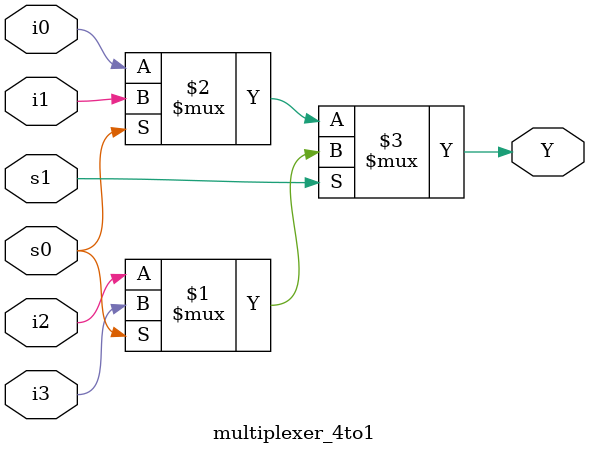
<source format=v>
`timescale 1ns / 1ps


module multiplexer_4to1(
    input i0,
    input i1,
    input i2,
    input i3,
    input s1,
    input s0,
    output Y
    );
   assign Y = s1 ? (s0 ? i3 : i2) : (s0 ? i1 : i0);
endmodule

</source>
